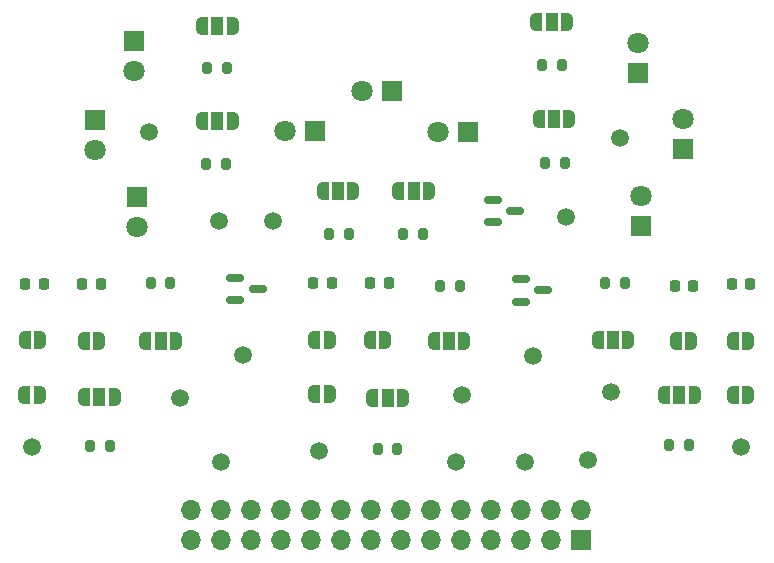
<source format=gbr>
%TF.GenerationSoftware,KiCad,Pcbnew,(7.0.0)*%
%TF.CreationDate,2024-03-24T15:02:48+02:00*%
%TF.ProjectId,MMPCB,4d4d5043-422e-46b6-9963-61645f706362,rev?*%
%TF.SameCoordinates,Original*%
%TF.FileFunction,Soldermask,Top*%
%TF.FilePolarity,Negative*%
%FSLAX46Y46*%
G04 Gerber Fmt 4.6, Leading zero omitted, Abs format (unit mm)*
G04 Created by KiCad (PCBNEW (7.0.0)) date 2024-03-24 15:02:48*
%MOMM*%
%LPD*%
G01*
G04 APERTURE LIST*
G04 Aperture macros list*
%AMRoundRect*
0 Rectangle with rounded corners*
0 $1 Rounding radius*
0 $2 $3 $4 $5 $6 $7 $8 $9 X,Y pos of 4 corners*
0 Add a 4 corners polygon primitive as box body*
4,1,4,$2,$3,$4,$5,$6,$7,$8,$9,$2,$3,0*
0 Add four circle primitives for the rounded corners*
1,1,$1+$1,$2,$3*
1,1,$1+$1,$4,$5*
1,1,$1+$1,$6,$7*
1,1,$1+$1,$8,$9*
0 Add four rect primitives between the rounded corners*
20,1,$1+$1,$2,$3,$4,$5,0*
20,1,$1+$1,$4,$5,$6,$7,0*
20,1,$1+$1,$6,$7,$8,$9,0*
20,1,$1+$1,$8,$9,$2,$3,0*%
%AMFreePoly0*
4,1,19,0.550000,-0.750000,0.000000,-0.750000,0.000000,-0.744911,-0.071157,-0.744911,-0.207708,-0.704816,-0.327430,-0.627875,-0.420627,-0.520320,-0.479746,-0.390866,-0.500000,-0.250000,-0.500000,0.250000,-0.479746,0.390866,-0.420627,0.520320,-0.327430,0.627875,-0.207708,0.704816,-0.071157,0.744911,0.000000,0.744911,0.000000,0.750000,0.550000,0.750000,0.550000,-0.750000,0.550000,-0.750000,
$1*%
%AMFreePoly1*
4,1,19,0.000000,0.744911,0.071157,0.744911,0.207708,0.704816,0.327430,0.627875,0.420627,0.520320,0.479746,0.390866,0.500000,0.250000,0.500000,-0.250000,0.479746,-0.390866,0.420627,-0.520320,0.327430,-0.627875,0.207708,-0.704816,0.071157,-0.744911,0.000000,-0.744911,0.000000,-0.750000,-0.550000,-0.750000,-0.550000,0.750000,0.000000,0.750000,0.000000,0.744911,0.000000,0.744911,
$1*%
%AMFreePoly2*
4,1,19,0.500000,-0.750000,0.000000,-0.750000,0.000000,-0.744911,-0.071157,-0.744911,-0.207708,-0.704816,-0.327430,-0.627875,-0.420627,-0.520320,-0.479746,-0.390866,-0.500000,-0.250000,-0.500000,0.250000,-0.479746,0.390866,-0.420627,0.520320,-0.327430,0.627875,-0.207708,0.704816,-0.071157,0.744911,0.000000,0.744911,0.000000,0.750000,0.500000,0.750000,0.500000,-0.750000,0.500000,-0.750000,
$1*%
%AMFreePoly3*
4,1,19,0.000000,0.744911,0.071157,0.744911,0.207708,0.704816,0.327430,0.627875,0.420627,0.520320,0.479746,0.390866,0.500000,0.250000,0.500000,-0.250000,0.479746,-0.390866,0.420627,-0.520320,0.327430,-0.627875,0.207708,-0.704816,0.071157,-0.744911,0.000000,-0.744911,0.000000,-0.750000,-0.500000,-0.750000,-0.500000,0.750000,0.000000,0.750000,0.000000,0.744911,0.000000,0.744911,
$1*%
G04 Aperture macros list end*
%ADD10C,1.500000*%
%ADD11RoundRect,0.200000X-0.200000X-0.275000X0.200000X-0.275000X0.200000X0.275000X-0.200000X0.275000X0*%
%ADD12R,1.800000X1.800000*%
%ADD13C,1.800000*%
%ADD14RoundRect,0.150000X-0.587500X-0.150000X0.587500X-0.150000X0.587500X0.150000X-0.587500X0.150000X0*%
%ADD15FreePoly0,0.000000*%
%ADD16R,1.000000X1.500000*%
%ADD17FreePoly1,0.000000*%
%ADD18FreePoly2,0.000000*%
%ADD19FreePoly3,0.000000*%
%ADD20R,1.700000X1.700000*%
%ADD21O,1.700000X1.700000*%
%ADD22RoundRect,0.225000X-0.225000X-0.250000X0.225000X-0.250000X0.225000X0.250000X-0.225000X0.250000X0*%
G04 APERTURE END LIST*
D10*
%TO.C,TPS3*%
X175000000Y-134000000D03*
%TD*%
%TO.C,TPS2*%
X139300000Y-134300000D03*
%TD*%
%TO.C,TPS1*%
X115000000Y-134000000D03*
%TD*%
%TO.C,TPE3*%
X160200000Y-114500000D03*
%TD*%
%TO.C,TPE2*%
X157400000Y-126300000D03*
%TD*%
%TO.C,TPE1*%
X132900000Y-126200000D03*
%TD*%
%TO.C,TPPWM7*%
X127500000Y-129800000D03*
%TD*%
%TO.C,TPPWM4*%
X151400000Y-129600000D03*
%TD*%
%TO.C,TPPWM1*%
X164000000Y-129300000D03*
%TD*%
%TO.C,TPBATT1*%
X162100000Y-135100000D03*
%TD*%
%TO.C,TPA15*%
X131000000Y-135200000D03*
%TD*%
%TO.C,TPA11*%
X150900000Y-135200000D03*
%TD*%
%TO.C,TPA8*%
X156700000Y-135200000D03*
%TD*%
%TO.C,TP5*%
X164800000Y-107800000D03*
%TD*%
%TO.C,TP3V3*%
X124900000Y-107300000D03*
%TD*%
%TO.C,TP3*%
X135400000Y-114800000D03*
%TD*%
%TO.C,TP1*%
X130800000Y-114800000D03*
%TD*%
D11*
%TO.C,RS3*%
X168950000Y-133800000D03*
X170600000Y-133800000D03*
%TD*%
%TO.C,RS2*%
X144275000Y-134100000D03*
X145925000Y-134100000D03*
%TD*%
%TO.C,RS1*%
X119950000Y-133900000D03*
X121600000Y-133900000D03*
%TD*%
%TO.C,RB3*%
X163550000Y-120100000D03*
X165200000Y-120100000D03*
%TD*%
%TO.C,RB2*%
X149550000Y-120300000D03*
X151200000Y-120300000D03*
%TD*%
%TO.C,RB1*%
X125050000Y-120100000D03*
X126700000Y-120100000D03*
%TD*%
%TO.C,R6*%
X158450000Y-109900000D03*
X160100000Y-109900000D03*
%TD*%
%TO.C,R5*%
X158200000Y-101600000D03*
X159850000Y-101600000D03*
%TD*%
%TO.C,R4*%
X148100000Y-115900000D03*
X146450000Y-115900000D03*
%TD*%
%TO.C,R3*%
X140150000Y-115900000D03*
X141800000Y-115900000D03*
%TD*%
%TO.C,R2*%
X129850000Y-101900000D03*
X131500000Y-101900000D03*
%TD*%
%TO.C,R1*%
X129750000Y-110000000D03*
X131400000Y-110000000D03*
%TD*%
D12*
%TO.C,Q6*%
X170074999Y-108749999D03*
D13*
X170075000Y-106210000D03*
%TD*%
D12*
%TO.C,Q5*%
X145449999Y-103824999D03*
D13*
X142910000Y-103825000D03*
%TD*%
D12*
%TO.C,Q4*%
X120324999Y-106249999D03*
D13*
X120325000Y-108790000D03*
%TD*%
D14*
%TO.C,Q3*%
X154025000Y-113050000D03*
X154025000Y-114950000D03*
X155900000Y-114000000D03*
%TD*%
%TO.C,Q2*%
X156425000Y-119750000D03*
X156425000Y-121650000D03*
X158300000Y-120700000D03*
%TD*%
%TO.C,Q1*%
X134100000Y-120600000D03*
X132225000Y-121550000D03*
X132225000Y-119650000D03*
%TD*%
D15*
%TO.C,JPRS3*%
X168500000Y-129600000D03*
D16*
X169799999Y-129599999D03*
D17*
X171100000Y-129600000D03*
%TD*%
D15*
%TO.C,JPRS2*%
X143800000Y-129800000D03*
D16*
X145099999Y-129799999D03*
D17*
X146400000Y-129800000D03*
%TD*%
D15*
%TO.C,JPRS1*%
X119400000Y-129700000D03*
D16*
X120699999Y-129699999D03*
D17*
X122000000Y-129700000D03*
%TD*%
%TO.C,JPRB3*%
X165500000Y-124900000D03*
D16*
X164199999Y-124899999D03*
D15*
X162900000Y-124900000D03*
%TD*%
%TO.C,JPRB2*%
X149000000Y-125000000D03*
D16*
X150299999Y-124999999D03*
D17*
X151600000Y-125000000D03*
%TD*%
D15*
%TO.C,JPRB1*%
X124600000Y-125000000D03*
D16*
X125899999Y-124999999D03*
D17*
X127200000Y-125000000D03*
%TD*%
D15*
%TO.C,JPR6*%
X157900000Y-106200000D03*
D16*
X159199999Y-106199999D03*
D17*
X160500000Y-106200000D03*
%TD*%
D15*
%TO.C,JPR5*%
X157700000Y-98000000D03*
D16*
X158999999Y-97999999D03*
D17*
X160300000Y-98000000D03*
%TD*%
D15*
%TO.C,JPR4*%
X146000000Y-112300000D03*
D16*
X147299999Y-112299999D03*
D17*
X148600000Y-112300000D03*
%TD*%
D15*
%TO.C,JPR3*%
X139600000Y-112300000D03*
D16*
X140899999Y-112299999D03*
D17*
X142200000Y-112300000D03*
%TD*%
D15*
%TO.C,JPR2*%
X129400000Y-98300000D03*
D16*
X130699999Y-98299999D03*
D17*
X132000000Y-98300000D03*
%TD*%
D15*
%TO.C,JPR1*%
X129400000Y-106400000D03*
D16*
X130699999Y-106399999D03*
D17*
X132000000Y-106400000D03*
%TD*%
D18*
%TO.C,JPC9*%
X174350000Y-125000000D03*
D19*
X175650000Y-125000000D03*
%TD*%
D18*
%TO.C,JPC8*%
X169500000Y-125000000D03*
D19*
X170800000Y-125000000D03*
%TD*%
D18*
%TO.C,JPC7*%
X174350000Y-129600000D03*
D19*
X175650000Y-129600000D03*
%TD*%
D18*
%TO.C,JPC6*%
X143600000Y-124900000D03*
D19*
X144900000Y-124900000D03*
%TD*%
D18*
%TO.C,JPC5*%
X138900000Y-124900000D03*
D19*
X140200000Y-124900000D03*
%TD*%
D18*
%TO.C,JPC4*%
X138900000Y-129500000D03*
D19*
X140200000Y-129500000D03*
%TD*%
D18*
%TO.C,JPC3*%
X119400000Y-125000000D03*
D19*
X120700000Y-125000000D03*
%TD*%
D18*
%TO.C,JPC2*%
X114400000Y-124900000D03*
D19*
X115700000Y-124900000D03*
%TD*%
D18*
%TO.C,JPC1*%
X114350000Y-129600000D03*
D19*
X115650000Y-129600000D03*
%TD*%
D20*
%TO.C,J1*%
X161519999Y-141799999D03*
D21*
X161519999Y-139259999D03*
X158979999Y-141799999D03*
X158979999Y-139259999D03*
X156439999Y-141799999D03*
X156439999Y-139259999D03*
X153899999Y-141799999D03*
X153899999Y-139259999D03*
X151359999Y-141799999D03*
X151359999Y-139259999D03*
X148819999Y-141799999D03*
X148819999Y-139259999D03*
X146279999Y-141799999D03*
X146279999Y-139259999D03*
X143739999Y-141799999D03*
X143739999Y-139259999D03*
X141199999Y-141799999D03*
X141199999Y-139259999D03*
X138659999Y-141799999D03*
X138659999Y-139259999D03*
X136119999Y-141799999D03*
X136119999Y-139259999D03*
X133579999Y-141799999D03*
X133579999Y-139259999D03*
X131039999Y-141799999D03*
X131039999Y-139259999D03*
X128499999Y-141799999D03*
X128499999Y-139259999D03*
%TD*%
D12*
%TO.C,D6*%
X166524999Y-115274999D03*
D13*
X166525000Y-112735000D03*
%TD*%
%TO.C,D5*%
X166325000Y-99735000D03*
D12*
X166324999Y-102274999D03*
%TD*%
D13*
%TO.C,D4*%
X149335000Y-107275000D03*
D12*
X151874999Y-107274999D03*
%TD*%
%TO.C,D3*%
X138974999Y-107174999D03*
D13*
X136435000Y-107175000D03*
%TD*%
D12*
%TO.C,D2*%
X123674999Y-99624999D03*
D13*
X123675000Y-102165000D03*
%TD*%
D12*
%TO.C,D1*%
X123874999Y-112824999D03*
D13*
X123875000Y-115365000D03*
%TD*%
D22*
%TO.C,C9*%
X174250000Y-120200000D03*
X175800000Y-120200000D03*
%TD*%
%TO.C,C8*%
X169450000Y-120300000D03*
X171000000Y-120300000D03*
%TD*%
%TO.C,C6*%
X143650000Y-120100000D03*
X145200000Y-120100000D03*
%TD*%
%TO.C,C5*%
X138825000Y-120100000D03*
X140375000Y-120100000D03*
%TD*%
%TO.C,C3*%
X119250000Y-120200000D03*
X120800000Y-120200000D03*
%TD*%
%TO.C,C2*%
X114425000Y-120200000D03*
X115975000Y-120200000D03*
%TD*%
M02*

</source>
